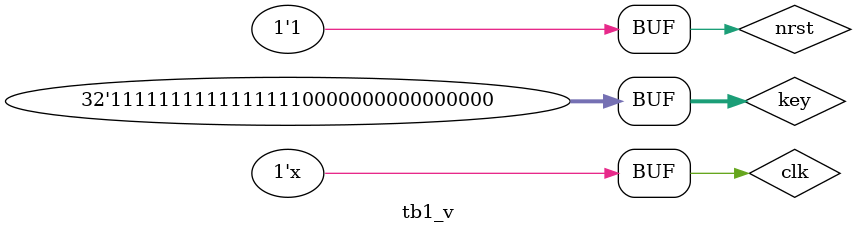
<source format=v>
module tb1_v;
	// Inputs
	reg clk;
	reg nrst;
	reg [31:0]key;
	// Outputs
	wire [232:0] sx;
	wire [232:0] sy;
	wire done;
	// Instantiate the Unit Under Test (UUT)
	ecsmul uut (
		.clk(clk),
		.nrst(nrst),
		.key(key),
		.sx(sx),
		.sy(sy),
		.done(done)
	);
	initial begin
		// Initialize Inputs
		clk = 0;
		key = 32'hFFFF0000; // B9B9B9B9;
		nrst = 1'b1;
		// Wait 100 ns for global reset to finish
		#200;
		// Add stimulus here
		#10	nrst = 1'b0;
		#110 	nrst = 1'b1;
	end
	initial begin
	$dumpfile ("dump.vcd");
	$dumpvars;
	$dumpon;
#100000	$dumpoff;
	end
	always begin
	#100 clk =~clk;
	end
endmodule
</source>
